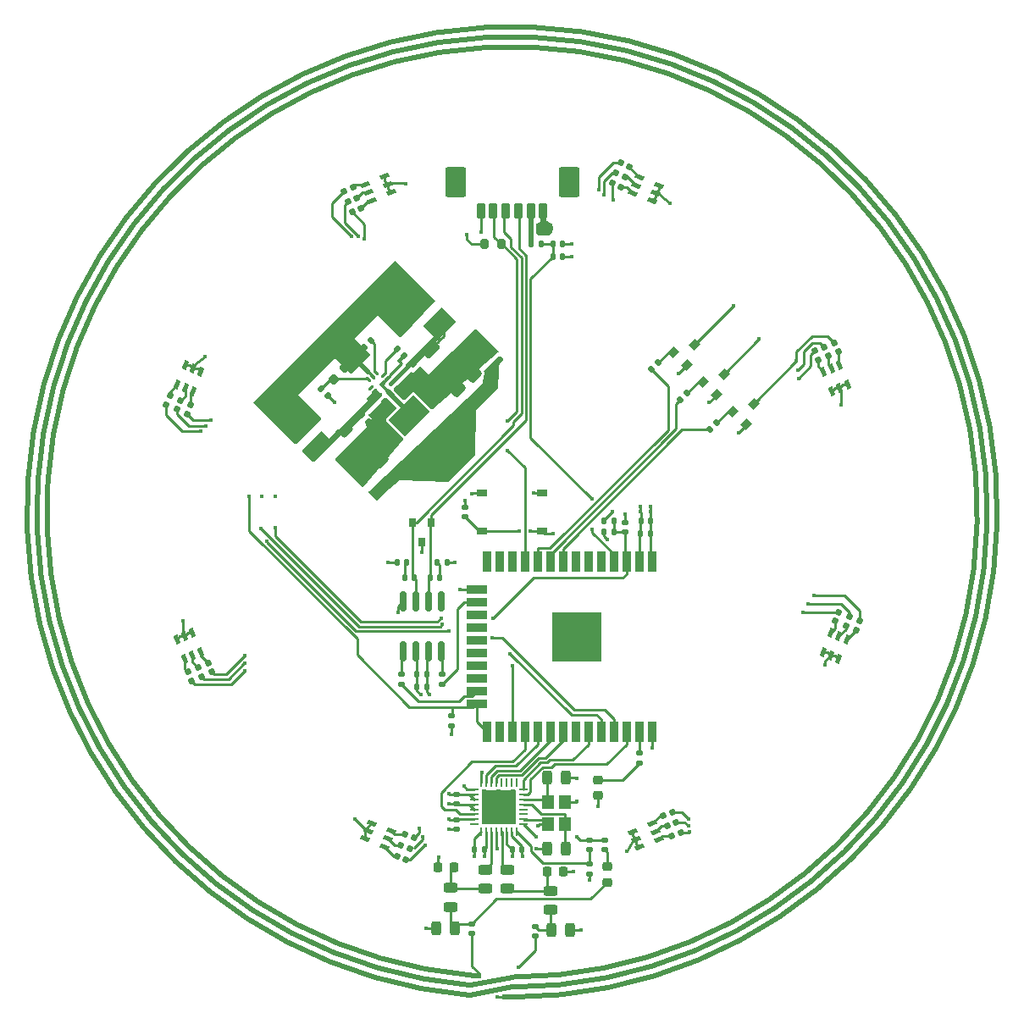
<source format=gtl>
G04 #@! TF.GenerationSoftware,KiCad,Pcbnew,(6.0.11-0)*
G04 #@! TF.CreationDate,2023-01-30T23:46:06+00:00*
G04 #@! TF.ProjectId,maxbox,6d617862-6f78-42e6-9b69-6361645f7063,rev?*
G04 #@! TF.SameCoordinates,Original*
G04 #@! TF.FileFunction,Copper,L1,Top*
G04 #@! TF.FilePolarity,Positive*
%FSLAX46Y46*%
G04 Gerber Fmt 4.6, Leading zero omitted, Abs format (unit mm)*
G04 Created by KiCad (PCBNEW (6.0.11-0)) date 2023-01-30 23:46:06*
%MOMM*%
%LPD*%
G01*
G04 APERTURE LIST*
G04 Aperture macros list*
%AMRoundRect*
0 Rectangle with rounded corners*
0 $1 Rounding radius*
0 $2 $3 $4 $5 $6 $7 $8 $9 X,Y pos of 4 corners*
0 Add a 4 corners polygon primitive as box body*
4,1,4,$2,$3,$4,$5,$6,$7,$8,$9,$2,$3,0*
0 Add four circle primitives for the rounded corners*
1,1,$1+$1,$2,$3*
1,1,$1+$1,$4,$5*
1,1,$1+$1,$6,$7*
1,1,$1+$1,$8,$9*
0 Add four rect primitives between the rounded corners*
20,1,$1+$1,$2,$3,$4,$5,0*
20,1,$1+$1,$4,$5,$6,$7,0*
20,1,$1+$1,$6,$7,$8,$9,0*
20,1,$1+$1,$8,$9,$2,$3,0*%
%AMRotRect*
0 Rectangle, with rotation*
0 The origin of the aperture is its center*
0 $1 length*
0 $2 width*
0 $3 Rotation angle, in degrees counterclockwise*
0 Add horizontal line*
21,1,$1,$2,0,0,$3*%
G04 Aperture macros list end*
G04 #@! TA.AperFunction,EtchedComponent*
%ADD10C,0.500000*%
G04 #@! TD*
G04 #@! TA.AperFunction,SMDPad,CuDef*
%ADD11RoundRect,0.147500X0.147500X0.172500X-0.147500X0.172500X-0.147500X-0.172500X0.147500X-0.172500X0*%
G04 #@! TD*
G04 #@! TA.AperFunction,SMDPad,CuDef*
%ADD12RoundRect,0.147500X0.172500X-0.147500X0.172500X0.147500X-0.172500X0.147500X-0.172500X-0.147500X0*%
G04 #@! TD*
G04 #@! TA.AperFunction,SMDPad,CuDef*
%ADD13RoundRect,0.147500X-0.147500X-0.172500X0.147500X-0.172500X0.147500X0.172500X-0.147500X0.172500X0*%
G04 #@! TD*
G04 #@! TA.AperFunction,SMDPad,CuDef*
%ADD14RoundRect,0.147500X-0.172500X0.147500X-0.172500X-0.147500X0.172500X-0.147500X0.172500X0.147500X0*%
G04 #@! TD*
G04 #@! TA.AperFunction,SMDPad,CuDef*
%ADD15RoundRect,0.243750X0.243750X0.456250X-0.243750X0.456250X-0.243750X-0.456250X0.243750X-0.456250X0*%
G04 #@! TD*
G04 #@! TA.AperFunction,SMDPad,CuDef*
%ADD16RoundRect,0.218750X-0.218750X-0.256250X0.218750X-0.256250X0.218750X0.256250X-0.218750X0.256250X0*%
G04 #@! TD*
G04 #@! TA.AperFunction,SMDPad,CuDef*
%ADD17RoundRect,0.243750X0.456250X-0.243750X0.456250X0.243750X-0.456250X0.243750X-0.456250X-0.243750X0*%
G04 #@! TD*
G04 #@! TA.AperFunction,SMDPad,CuDef*
%ADD18RoundRect,0.243750X-0.243750X-0.456250X0.243750X-0.456250X0.243750X0.456250X-0.243750X0.456250X0*%
G04 #@! TD*
G04 #@! TA.AperFunction,SMDPad,CuDef*
%ADD19RoundRect,0.218750X0.256250X-0.218750X0.256250X0.218750X-0.256250X0.218750X-0.256250X-0.218750X0*%
G04 #@! TD*
G04 #@! TA.AperFunction,SMDPad,CuDef*
%ADD20RoundRect,0.062500X-0.337500X-0.062500X0.337500X-0.062500X0.337500X0.062500X-0.337500X0.062500X0*%
G04 #@! TD*
G04 #@! TA.AperFunction,SMDPad,CuDef*
%ADD21RoundRect,0.062500X-0.062500X-0.337500X0.062500X-0.337500X0.062500X0.337500X-0.062500X0.337500X0*%
G04 #@! TD*
G04 #@! TA.AperFunction,ComponentPad*
%ADD22C,0.600000*%
G04 #@! TD*
G04 #@! TA.AperFunction,SMDPad,CuDef*
%ADD23R,3.500000X3.500000*%
G04 #@! TD*
G04 #@! TA.AperFunction,SMDPad,CuDef*
%ADD24RoundRect,0.150000X0.150000X-0.825000X0.150000X0.825000X-0.150000X0.825000X-0.150000X-0.825000X0*%
G04 #@! TD*
G04 #@! TA.AperFunction,SMDPad,CuDef*
%ADD25R,1.200000X1.400000*%
G04 #@! TD*
G04 #@! TA.AperFunction,SMDPad,CuDef*
%ADD26RoundRect,0.243750X-0.456250X0.243750X-0.456250X-0.243750X0.456250X-0.243750X0.456250X0.243750X0*%
G04 #@! TD*
G04 #@! TA.AperFunction,SMDPad,CuDef*
%ADD27R,1.000000X0.750000*%
G04 #@! TD*
G04 #@! TA.AperFunction,SMDPad,CuDef*
%ADD28RoundRect,0.147500X-0.226274X-0.017678X-0.017678X-0.226274X0.226274X0.017678X0.017678X0.226274X0*%
G04 #@! TD*
G04 #@! TA.AperFunction,SMDPad,CuDef*
%ADD29RoundRect,0.250000X0.512652X0.159099X0.159099X0.512652X-0.512652X-0.159099X-0.159099X-0.512652X0*%
G04 #@! TD*
G04 #@! TA.AperFunction,SMDPad,CuDef*
%ADD30RoundRect,0.147500X0.226274X0.017678X0.017678X0.226274X-0.226274X-0.017678X-0.017678X-0.226274X0*%
G04 #@! TD*
G04 #@! TA.AperFunction,SMDPad,CuDef*
%ADD31RotRect,0.900000X0.450000X22.500000*%
G04 #@! TD*
G04 #@! TA.AperFunction,SMDPad,CuDef*
%ADD32RotRect,0.900000X0.450000X337.500000*%
G04 #@! TD*
G04 #@! TA.AperFunction,SMDPad,CuDef*
%ADD33RotRect,0.900000X0.450000X292.500000*%
G04 #@! TD*
G04 #@! TA.AperFunction,SMDPad,CuDef*
%ADD34RotRect,0.900000X0.450000X247.500000*%
G04 #@! TD*
G04 #@! TA.AperFunction,SMDPad,CuDef*
%ADD35RotRect,0.900000X0.450000X202.500000*%
G04 #@! TD*
G04 #@! TA.AperFunction,SMDPad,CuDef*
%ADD36RotRect,0.900000X0.450000X157.500000*%
G04 #@! TD*
G04 #@! TA.AperFunction,SMDPad,CuDef*
%ADD37RotRect,0.900000X0.450000X112.500000*%
G04 #@! TD*
G04 #@! TA.AperFunction,SMDPad,CuDef*
%ADD38RotRect,0.900000X0.450000X67.500000*%
G04 #@! TD*
G04 #@! TA.AperFunction,SMDPad,CuDef*
%ADD39R,0.800000X0.900000*%
G04 #@! TD*
G04 #@! TA.AperFunction,SMDPad,CuDef*
%ADD40RoundRect,0.200000X0.200000X0.600000X-0.200000X0.600000X-0.200000X-0.600000X0.200000X-0.600000X0*%
G04 #@! TD*
G04 #@! TA.AperFunction,SMDPad,CuDef*
%ADD41RoundRect,0.250001X0.799999X1.249999X-0.799999X1.249999X-0.799999X-1.249999X0.799999X-1.249999X0*%
G04 #@! TD*
G04 #@! TA.AperFunction,SMDPad,CuDef*
%ADD42RotRect,2.350000X3.500000X315.000000*%
G04 #@! TD*
G04 #@! TA.AperFunction,SMDPad,CuDef*
%ADD43RotRect,0.900000X0.800000X45.000000*%
G04 #@! TD*
G04 #@! TA.AperFunction,SMDPad,CuDef*
%ADD44RoundRect,0.147500X-0.017678X0.226274X-0.226274X0.017678X0.017678X-0.226274X0.226274X-0.017678X0*%
G04 #@! TD*
G04 #@! TA.AperFunction,SMDPad,CuDef*
%ADD45RoundRect,0.147500X-0.070259X-0.215815X0.202285X-0.102923X0.070259X0.215815X-0.202285X0.102923X0*%
G04 #@! TD*
G04 #@! TA.AperFunction,SMDPad,CuDef*
%ADD46RoundRect,0.147500X-0.202285X-0.102923X0.070259X-0.215815X0.202285X0.102923X-0.070259X0.215815X0*%
G04 #@! TD*
G04 #@! TA.AperFunction,SMDPad,CuDef*
%ADD47RoundRect,0.147500X-0.215815X0.070259X-0.102923X-0.202285X0.215815X-0.070259X0.102923X0.202285X0*%
G04 #@! TD*
G04 #@! TA.AperFunction,SMDPad,CuDef*
%ADD48RoundRect,0.147500X-0.102923X0.202285X-0.215815X-0.070259X0.102923X-0.202285X0.215815X0.070259X0*%
G04 #@! TD*
G04 #@! TA.AperFunction,SMDPad,CuDef*
%ADD49RoundRect,0.218750X-0.026517X0.335876X-0.335876X0.026517X0.026517X-0.335876X0.335876X-0.026517X0*%
G04 #@! TD*
G04 #@! TA.AperFunction,SMDPad,CuDef*
%ADD50RoundRect,0.147500X0.070259X0.215815X-0.202285X0.102923X-0.070259X-0.215815X0.202285X-0.102923X0*%
G04 #@! TD*
G04 #@! TA.AperFunction,SMDPad,CuDef*
%ADD51RoundRect,0.147500X0.202285X0.102923X-0.070259X0.215815X-0.202285X-0.102923X0.070259X-0.215815X0*%
G04 #@! TD*
G04 #@! TA.AperFunction,SMDPad,CuDef*
%ADD52RoundRect,0.147500X0.215815X-0.070259X0.102923X0.202285X-0.215815X0.070259X-0.102923X-0.202285X0*%
G04 #@! TD*
G04 #@! TA.AperFunction,SMDPad,CuDef*
%ADD53RoundRect,0.147500X0.102923X-0.202285X0.215815X0.070259X-0.102923X0.202285X-0.215815X-0.070259X0*%
G04 #@! TD*
G04 #@! TA.AperFunction,SMDPad,CuDef*
%ADD54RoundRect,0.031250X0.123744X0.256326X-0.256326X-0.123744X-0.123744X-0.256326X0.256326X0.123744X0*%
G04 #@! TD*
G04 #@! TA.AperFunction,SMDPad,CuDef*
%ADD55RoundRect,0.031250X-0.256326X0.123744X0.123744X-0.256326X0.256326X-0.123744X-0.123744X0.256326X0*%
G04 #@! TD*
G04 #@! TA.AperFunction,SMDPad,CuDef*
%ADD56RoundRect,0.041500X-0.556847X0.674933X-0.674933X0.556847X0.556847X-0.674933X0.674933X-0.556847X0*%
G04 #@! TD*
G04 #@! TA.AperFunction,SMDPad,CuDef*
%ADD57RoundRect,0.200000X0.200000X0.275000X-0.200000X0.275000X-0.200000X-0.275000X0.200000X-0.275000X0*%
G04 #@! TD*
G04 #@! TA.AperFunction,SMDPad,CuDef*
%ADD58RoundRect,0.243750X-0.494975X-0.150260X-0.150260X-0.494975X0.494975X0.150260X0.150260X0.494975X0*%
G04 #@! TD*
G04 #@! TA.AperFunction,SMDPad,CuDef*
%ADD59RoundRect,0.250000X-0.707107X-0.176777X-0.176777X-0.707107X0.707107X0.176777X0.176777X0.707107X0*%
G04 #@! TD*
G04 #@! TA.AperFunction,SMDPad,CuDef*
%ADD60R,0.900000X2.000000*%
G04 #@! TD*
G04 #@! TA.AperFunction,SMDPad,CuDef*
%ADD61R,2.000000X0.900000*%
G04 #@! TD*
G04 #@! TA.AperFunction,SMDPad,CuDef*
%ADD62R,5.000000X5.000000*%
G04 #@! TD*
G04 #@! TA.AperFunction,SMDPad,CuDef*
%ADD63RoundRect,0.140000X0.219203X0.021213X0.021213X0.219203X-0.219203X-0.021213X-0.021213X-0.219203X0*%
G04 #@! TD*
G04 #@! TA.AperFunction,SMDPad,CuDef*
%ADD64R,1.000000X0.500000*%
G04 #@! TD*
G04 #@! TA.AperFunction,ViaPad*
%ADD65C,0.400000*%
G04 #@! TD*
G04 #@! TA.AperFunction,Conductor*
%ADD66C,0.250000*%
G04 #@! TD*
G04 #@! TA.AperFunction,Conductor*
%ADD67C,0.500000*%
G04 #@! TD*
G04 APERTURE END LIST*
D10*
X20000Y-46500000D02*
X-4133476Y-47317346D01*
X50000Y-47500000D02*
X-4220631Y-48313540D01*
X0Y-47500000D02*
G75*
G03*
X-4139898Y-47319248I2J47500000D01*
G01*
X0Y-48500000D02*
G75*
G03*
X-4227054Y-48315443I0J48500000D01*
G01*
X0Y-46500000D02*
G75*
G03*
X-4052742Y-46323053I5J46500000D01*
G01*
D11*
X13820000Y-2182000D03*
X12850000Y-2182000D03*
X13843000Y-889000D03*
X12873000Y-889000D03*
D12*
X-5588000Y-31750000D03*
X-5588000Y-30780000D03*
D11*
X-2794000Y-33782000D03*
X-3764000Y-33782000D03*
D13*
X0Y-33782000D03*
X970000Y-33782000D03*
D12*
X-5524500Y-29187000D03*
X-5524500Y-28217000D03*
D13*
X-9525000Y-17526000D03*
X-8555000Y-17526000D03*
X-9525000Y-16256000D03*
X-8555000Y-16256000D03*
D14*
X-4699000Y485000D03*
X-4699000Y-485000D03*
D15*
X5407000Y-33655000D03*
X3532000Y-33655000D03*
X5407000Y-26543000D03*
X3532000Y-26543000D03*
D16*
X-7376500Y-35560000D03*
X-5801500Y-35560000D03*
X3515500Y-35941000D03*
X5090500Y-35941000D03*
D17*
X-6159500Y-39467000D03*
X-6159500Y-37592000D03*
D12*
X7747000Y-36195000D03*
X7747000Y-35225000D03*
X9271000Y-33782000D03*
X9271000Y-32812000D03*
D17*
X3873500Y-39751000D03*
X3873500Y-37876000D03*
D18*
X-7605000Y-41656000D03*
X-5730000Y-41656000D03*
D19*
X8624000Y-28363500D03*
X8624000Y-26788500D03*
D14*
X-6100000Y-20400000D03*
X-6100000Y-21370000D03*
D12*
X7747000Y-33782000D03*
X7747000Y-32812000D03*
D14*
X-11049000Y-16256000D03*
X-11049000Y-17226000D03*
X-6985000Y-16256000D03*
X-6985000Y-17226000D03*
D20*
X-3769500Y-27728000D03*
X-3769500Y-28228000D03*
X-3769500Y-28728000D03*
X-3769500Y-29228000D03*
X-3769500Y-29728000D03*
X-3769500Y-30228000D03*
X-3769500Y-30728000D03*
X-3769500Y-31228000D03*
D21*
X-3069500Y-31928000D03*
X-2569500Y-31928000D03*
X-2069500Y-31928000D03*
X-1569500Y-31928000D03*
X-1069500Y-31928000D03*
X-569500Y-31928000D03*
X-69500Y-31928000D03*
X430500Y-31928000D03*
D20*
X1130500Y-31228000D03*
X1130500Y-30728000D03*
X1130500Y-30228000D03*
X1130500Y-29728000D03*
X1130500Y-29228000D03*
X1130500Y-28728000D03*
X1130500Y-28228000D03*
X1130500Y-27728000D03*
D21*
X430500Y-27028000D03*
X-69500Y-27028000D03*
X-569500Y-27028000D03*
X-1069500Y-27028000D03*
X-1569500Y-27028000D03*
X-2069500Y-27028000D03*
X-2569500Y-27028000D03*
X-3069500Y-27028000D03*
D22*
X-1319500Y-30928000D03*
X-2769500Y-30928000D03*
X-2769500Y-29478000D03*
X-2769500Y-28028000D03*
X-1319500Y-28028000D03*
X130500Y-30928000D03*
X130500Y-29478000D03*
D23*
X-1319500Y-29478000D03*
D22*
X-1319500Y-29478000D03*
X130500Y-28028000D03*
D24*
X-10922000Y-13905000D03*
X-9652000Y-13905000D03*
X-8382000Y-13905000D03*
X-7112000Y-13905000D03*
X-7112000Y-8955000D03*
X-8382000Y-8955000D03*
X-9652000Y-8955000D03*
X-10922000Y-8955000D03*
D25*
X5319500Y-31199000D03*
X5319500Y-28999000D03*
X3619500Y-28999000D03*
X3619500Y-31199000D03*
D26*
X-2667000Y-35762500D03*
X-2667000Y-37637500D03*
X-508000Y-35762500D03*
X-508000Y-37637500D03*
D11*
X-7239000Y-6604000D03*
X-8209000Y-6604000D03*
D13*
X-10749000Y-6604000D03*
X-9779000Y-6604000D03*
X-11511000Y-5080000D03*
X-10541000Y-5080000D03*
D11*
X-6523000Y-5080000D03*
X-7493000Y-5080000D03*
X10160000Y-2032000D03*
X9190000Y-2032000D03*
D19*
X9525000Y-37008000D03*
X9525000Y-35433000D03*
D12*
X11303000Y-2009000D03*
X11303000Y-1039000D03*
D18*
X3952000Y-41783000D03*
X5827000Y-41783000D03*
D27*
X-3000000Y-1875000D03*
X3000000Y-1875000D03*
X3000000Y1875000D03*
X-3000000Y1875000D03*
D13*
X4064000Y25527000D03*
X5034000Y25527000D03*
D28*
X-15071637Y9677928D03*
X-14385743Y8992034D03*
X-9895616Y14739399D03*
X-9209722Y14053505D03*
D29*
X-11756498Y3756498D03*
X-13100000Y5100000D03*
D30*
X-1214106Y15214106D03*
X-1900000Y15900000D03*
D31*
X-14689274Y32719264D03*
X-14363994Y31933966D03*
X-14038713Y31148669D03*
X-12098566Y31952304D03*
X-12423846Y32737602D03*
X-12749127Y33522899D03*
D32*
X12722751Y33459220D03*
X12397470Y32673923D03*
X12072190Y31888625D03*
X14012337Y31084990D03*
X14337618Y31870287D03*
X14662898Y32655585D03*
D33*
X32719264Y14689274D03*
X31933966Y14363994D03*
X31148669Y14038713D03*
X31952304Y12098566D03*
X32737602Y12423846D03*
X33522899Y12749127D03*
D34*
X33459220Y-12722751D03*
X32673923Y-12397470D03*
X31888625Y-12072190D03*
X31084990Y-14012337D03*
X31870287Y-14337618D03*
X32655585Y-14662898D03*
D35*
X14689274Y-32719264D03*
X14363994Y-31933966D03*
X14038713Y-31148669D03*
X12098566Y-31952304D03*
X12423846Y-32737602D03*
X12749127Y-33522899D03*
D36*
X-12722751Y-33459220D03*
X-12397470Y-32673923D03*
X-12072190Y-31888625D03*
X-14012337Y-31084990D03*
X-14337618Y-31870287D03*
X-14662898Y-32655585D03*
D37*
X-32719264Y-14689274D03*
X-31933966Y-14363994D03*
X-31148669Y-14038713D03*
X-31952304Y-12098566D03*
X-32737602Y-12423846D03*
X-33522899Y-12749127D03*
D38*
X-33459220Y12722751D03*
X-32673923Y12397470D03*
X-31888625Y12072190D03*
X-31084990Y14012337D03*
X-31870287Y14337618D03*
X-32655585Y14662898D03*
D39*
X-8067000Y-1032000D03*
X-9967000Y-1032000D03*
X-9017000Y-3032000D03*
D40*
X3125000Y30100000D03*
X1875000Y30100000D03*
X625000Y30100000D03*
X-625000Y30100000D03*
X-1875000Y30100000D03*
X-3125000Y30100000D03*
D41*
X5675000Y33000000D03*
X-5675000Y33000000D03*
D42*
X-10290000Y9630000D03*
X-6012004Y5352004D03*
D43*
X19083966Y13030416D03*
X20427469Y11686913D03*
X21169931Y13772878D03*
X16120482Y15993901D03*
X17463985Y14650398D03*
X18206447Y16736363D03*
X22047451Y10066932D03*
X23390954Y8723429D03*
X24133416Y10809394D03*
D11*
X2898000Y26797000D03*
X1928000Y26797000D03*
X5057000Y26797000D03*
X4087000Y26797000D03*
D44*
X17483077Y11882075D03*
X16797183Y11196181D03*
X14609395Y14935362D03*
X13923501Y14249468D03*
X20446561Y8918590D03*
X19760667Y8232696D03*
D45*
X-16000000Y30000000D03*
X-15103836Y30371202D03*
D46*
X10003836Y32871202D03*
X10900000Y32500000D03*
D45*
X-16403836Y31000000D03*
X-15507672Y31371202D03*
D46*
X10403836Y33871202D03*
X11300000Y33500000D03*
D45*
X-16803836Y32071202D03*
X-15907672Y32442404D03*
D46*
X10851918Y34885601D03*
X11748082Y34514399D03*
D47*
X30228798Y16096164D03*
X30600000Y15200000D03*
D48*
X32671202Y-10003836D03*
X32300000Y-10900000D03*
D47*
X31228798Y16496164D03*
X31600000Y15600000D03*
D48*
X33750000Y-10500000D03*
X33378798Y-11396164D03*
D47*
X32228798Y16896164D03*
X32600000Y16000000D03*
D48*
X34771202Y-10903836D03*
X34400000Y-11800000D03*
D28*
X-19129016Y12298466D03*
X-18443122Y11612572D03*
D49*
X-16702579Y14398220D03*
X-17816273Y13284526D03*
D50*
X16000000Y-30000000D03*
X15103836Y-30371202D03*
D51*
X-9803836Y-32571202D03*
X-10700000Y-32200000D03*
D50*
X16400000Y-31000000D03*
X15503836Y-31371202D03*
D51*
X-10203836Y-33671202D03*
X-11100000Y-33300000D03*
D50*
X16848082Y-32014399D03*
X15951918Y-32385601D03*
D52*
X-30000000Y-16000000D03*
X-30371202Y-15103836D03*
D53*
X-32500000Y9800000D03*
X-32128798Y10696164D03*
D52*
X-31014399Y-16448082D03*
X-31385601Y-15551918D03*
D53*
X-33485601Y10251918D03*
X-33114399Y11148082D03*
D52*
X-32028798Y-16896164D03*
X-32400000Y-16000000D03*
D53*
X-34571202Y10703836D03*
X-34200000Y11600000D03*
D54*
X-11550245Y12421502D03*
X-12009864Y12881121D03*
X-12469484Y13340741D03*
X-12823037Y13694294D03*
D55*
X-13618532Y13924104D03*
X-13972085Y13570550D03*
X-14325639Y13216997D03*
D54*
X-14095829Y12421502D03*
X-13742276Y12067949D03*
X-13282656Y11608329D03*
X-12823037Y11148710D03*
D56*
X-12425289Y12023754D03*
D57*
X-1100000Y26750000D03*
X-2750000Y26750000D03*
D51*
X-10603836Y-34771202D03*
X-11500000Y-34400000D03*
D12*
X2286000Y-42395000D03*
X2286000Y-41425000D03*
X-4064000Y-42141000D03*
X-4064000Y-41171000D03*
D58*
X-16609595Y8162599D03*
X-15283769Y6836773D03*
D59*
X-8189366Y16266041D03*
X-6209468Y14286143D03*
D44*
X-14132599Y17147804D03*
X-14818493Y16461910D03*
D28*
X-11479535Y16323318D03*
X-10793641Y15637424D03*
D11*
X10170000Y-900000D03*
X9200000Y-900000D03*
D29*
X-13356498Y2156498D03*
X-14700000Y3500000D03*
D60*
X13970000Y-4962000D03*
X12700000Y-4962000D03*
X11430000Y-4962000D03*
X10160000Y-4962000D03*
X8890000Y-4962000D03*
X7620000Y-4962000D03*
X6350000Y-4962000D03*
X5080000Y-4962000D03*
X3810000Y-4962000D03*
X2540000Y-4962000D03*
X1270000Y-4962000D03*
X0Y-4962000D03*
X-1270000Y-4962000D03*
X-2540000Y-4962000D03*
D61*
X-3540000Y-7747000D03*
X-3540000Y-9017000D03*
X-3540000Y-10287000D03*
X-3540000Y-11557000D03*
X-3540000Y-12827000D03*
X-3540000Y-14097000D03*
X-3540000Y-15367000D03*
X-3540000Y-16637000D03*
X-3540000Y-17907000D03*
X-3540000Y-19177000D03*
D60*
X-2540000Y-21962000D03*
X-1270000Y-21962000D03*
X0Y-21962000D03*
X1270000Y-21962000D03*
X2540000Y-21962000D03*
X3810000Y-21962000D03*
X5080000Y-21962000D03*
X6350000Y-21962000D03*
X7620000Y-21962000D03*
X8890000Y-21962000D03*
X10160000Y-21962000D03*
X11430000Y-21962000D03*
X12700000Y-21962000D03*
X13970000Y-21962000D03*
D62*
X6470000Y-12462000D03*
D14*
X12700000Y-24100000D03*
X12700000Y-25070000D03*
D63*
X-2060589Y14460589D03*
X-2739411Y15139411D03*
D29*
X-2456498Y12356498D03*
X-3800000Y13700000D03*
D64*
X-510000Y-48500000D03*
X-3620000Y-46320000D03*
D29*
X-4056498Y10856498D03*
X-5400000Y12200000D03*
D65*
X-7200000Y7900000D03*
X-1524000Y-33655000D03*
X-10200000Y5200000D03*
X1016000Y-34417000D03*
X-6000000Y9100000D03*
X-17780000Y10922000D03*
X-8400000Y6800000D03*
X-6600000Y8500000D03*
X-9000000Y6300000D03*
X15748000Y30861000D03*
X-15748000Y-30734000D03*
X-6350000Y-28194000D03*
X11303000Y-254000D03*
X-9600000Y5700000D03*
X-3810000Y-34417000D03*
X-10200000Y3800000D03*
X-1600000Y13500000D03*
X12827000Y0D03*
X-4500000Y27700000D03*
X11430000Y-33909000D03*
X12827000Y508000D03*
X-7800000Y7400000D03*
X-23700000Y1600000D03*
X-3048000Y-26035000D03*
X-6100000Y-22200000D03*
X-10660000Y32790000D03*
X31300000Y-15300000D03*
X-6350000Y-30734000D03*
X32893000Y10668000D03*
X-32893000Y-10922000D03*
X-30734000Y15494000D03*
X-8255000Y-18288000D03*
X-5400000Y9600000D03*
X13843000Y0D03*
X-16891000Y16637000D03*
X-17526000Y17145000D03*
X-16891000Y17780000D03*
X-18161000Y16510000D03*
X-18796000Y17018000D03*
X-18161000Y17653000D03*
X-17526000Y18288000D03*
X-14732000Y5588000D03*
X-14200000Y6100000D03*
X-13589000Y6604000D03*
X-4800000Y15200000D03*
X-5400000Y15800000D03*
X-8255000Y13208000D03*
X-25000000Y1600000D03*
X0Y-34417000D03*
X19685000Y10922000D03*
X2413000Y-33655000D03*
X22606000Y7874000D03*
X4445000Y-13335000D03*
X6477000Y-26670000D03*
X8600000Y-29400000D03*
X5715000Y-13335000D03*
X6096000Y-35941000D03*
X10000000Y0D03*
X-10500000Y13100000D03*
X-5207000Y-7747000D03*
X-6350000Y-31750000D03*
X2540000Y-31369000D03*
X5969000Y26797000D03*
X6985000Y-14605000D03*
X2700000Y27900000D03*
X3700000Y28600000D03*
X4445000Y-12065000D03*
X-9144000Y-18288000D03*
X-4826000Y-27432000D03*
X6985000Y-12065000D03*
X8255000Y-12065000D03*
X5969000Y25527000D03*
X6985000Y-13335000D03*
X6985000Y-10795000D03*
X6477000Y-28956000D03*
X3700000Y27900000D03*
X4445000Y-10795000D03*
X16637000Y13843000D03*
X-3100000Y28000000D03*
X5715000Y-14605000D03*
X-6350000Y-29210000D03*
X-12446000Y-5080000D03*
X-4064000Y1778000D03*
X4445000Y-14605000D03*
X-9017000Y-4064000D03*
X6858000Y-41783000D03*
X8255000Y-13335000D03*
X-7366000Y-34544000D03*
X13843000Y508000D03*
X8255000Y-10795000D03*
X5715000Y-12065000D03*
X8255000Y-14605000D03*
X2700000Y28600000D03*
X-16256000Y16002000D03*
X2159000Y1905000D03*
X-5715000Y-5080000D03*
X-8636000Y-41656000D03*
X-2794000Y-34417000D03*
X13970000Y-23622000D03*
X7747000Y-36830000D03*
X5715000Y-10795000D03*
X-4699000Y1143000D03*
X-13600000Y10100000D03*
X9525000Y-2794000D03*
X1795000Y-1905000D03*
X745000Y-1905000D03*
X4064000Y-2159000D03*
X8001000Y-1777998D03*
X7978892Y1292108D03*
X-19558000Y6858000D03*
X-8001000Y18542000D03*
X-7366000Y19050000D03*
X-19685000Y5842000D03*
X-6858000Y18415000D03*
X-20193000Y6223000D03*
X-7366000Y17907000D03*
X1900000Y28100000D03*
X-19050000Y6477000D03*
X1900000Y28600000D03*
X1905000Y27559000D03*
X-444500Y6159500D03*
X-444500Y9080500D03*
X-7117589Y-10643355D03*
X-23700000Y-1600000D03*
X-1905000Y-10668000D03*
X-26300000Y1600000D03*
X-14769955Y27318925D03*
X17653217Y-30677367D03*
X24700000Y17300000D03*
X28650000Y13350000D03*
X-26750000Y-14350000D03*
X-30100000Y9200000D03*
X-9300000Y-31600000D03*
X10100000Y31200000D03*
X29100000Y-10000000D03*
X-8948531Y-32457653D03*
X-30624501Y8624501D03*
X28570879Y14170879D03*
X22145878Y20645878D03*
X29624501Y-9175499D03*
X-26720879Y-15120879D03*
X-15332743Y27525501D03*
X17606756Y-31372662D03*
X9175499Y31724501D03*
X28400000Y15100000D03*
X-26741758Y-15841758D03*
X-16024501Y27511203D03*
X8650998Y32249002D03*
X-31149002Y8049002D03*
X30149002Y-8350998D03*
X17735144Y-31975722D03*
X-8689810Y-33330140D03*
X-1500000Y-48500000D03*
X600000Y-45500000D03*
X-25075500Y-1646837D03*
X-6973359Y-11240882D03*
X-180739Y-14150739D03*
X-2037443Y-12587080D03*
X-24529122Y-2929122D03*
X-6350000Y-11920990D03*
X-11429998Y-10033000D03*
X0Y-15367000D03*
X2413000Y-32512000D03*
X6477000Y-32512000D03*
D66*
X14337618Y31870287D02*
X14337618Y31410271D01*
D67*
X-3956498Y10856498D02*
X-2456498Y12356498D01*
D66*
X-32737602Y-12423846D02*
X-32412322Y-12098566D01*
X-12423846Y32277584D02*
X-12098566Y31952304D01*
X970000Y-34371000D02*
X1016000Y-34417000D01*
X31870287Y-14337618D02*
X32330305Y-14337618D01*
X12873000Y-173000D02*
X12873000Y-889000D01*
X970000Y-33415522D02*
X970000Y-33782000D01*
X12700000Y-4962000D02*
X12700000Y-2332000D01*
X-4411000Y-28228000D02*
X-5513500Y-28228000D01*
D67*
X-13356498Y2156498D02*
X-11756498Y3756498D01*
D66*
X970000Y-33782000D02*
X970000Y-34371000D01*
X-1569500Y-33609500D02*
X-1524000Y-33655000D01*
X12031198Y-32900242D02*
X11430000Y-33909000D01*
X-8555000Y-17526000D02*
X-8555000Y-17988000D01*
X-4000000Y26750000D02*
X-2750000Y26750000D01*
X-3764000Y-33782000D02*
X-3764000Y-34371000D01*
X-5524500Y-28217000D02*
X-6327000Y-28217000D01*
X12423846Y-32737602D02*
X12423846Y-33197618D01*
X-3769500Y-28728000D02*
X-4269500Y-28228000D01*
X-6304000Y-30780000D02*
X-6350000Y-30734000D01*
D67*
X-2456498Y12356498D02*
X-2456498Y14064680D01*
D66*
X-3853990Y-30678010D02*
X-5486010Y-30678010D01*
X-12749127Y33522899D02*
X-12749127Y33062883D01*
X31300000Y-14907905D02*
X31870287Y-14337618D01*
X-14662898Y-31735551D02*
X-14012337Y-31084990D01*
X12850000Y-2182000D02*
X12850000Y-912000D01*
X31300000Y-15300000D02*
X31300000Y-14907905D01*
X-1569500Y-31928000D02*
X-1569500Y-33609500D01*
X32737602Y12423846D02*
X32277584Y12423846D01*
X-3069500Y-27028000D02*
X-3069500Y-26056500D01*
X-6327000Y-28217000D02*
X-6350000Y-28194000D01*
D67*
X-2060589Y14460589D02*
X-1967623Y14460589D01*
D66*
X-14730266Y-31707647D02*
X-15748000Y-30734000D01*
X-31084990Y14012337D02*
X-31410271Y14337618D01*
X12098566Y-31952304D02*
X12098566Y-32412322D01*
X-6100000Y-22200000D02*
X-6100000Y-21370000D01*
X33522899Y12749127D02*
X33062883Y12749127D01*
X12827000Y0D02*
X12827000Y508000D01*
X14337618Y31410271D02*
X14012337Y31084990D01*
X-69500Y-32376022D02*
X970000Y-33415522D01*
X-32195567Y14662898D02*
X-31870287Y14337618D01*
X-4500000Y27700000D02*
X-4500000Y27250000D01*
X-32900242Y-12126470D02*
X-32900242Y-12031198D01*
X-18443122Y11612572D02*
X-17780000Y10949450D01*
X31545006Y-14012337D02*
X31870287Y-14337618D01*
X-32737602Y-12423846D02*
X-33197618Y-12423846D01*
X33062883Y12749127D02*
X32737602Y12423846D01*
D67*
X-6012004Y5352004D02*
X-4056498Y7307510D01*
D66*
X-32655585Y14662898D02*
X-32195567Y14662898D01*
X-12031198Y32900242D02*
X-10770242Y32900242D01*
X32900242Y12031198D02*
X32893000Y10668000D01*
X11303000Y-1039000D02*
X11303000Y-254000D01*
D67*
X-7607510Y3756498D02*
X-6012004Y5352004D01*
D66*
X-3069500Y-26056500D02*
X-3048000Y-26035000D01*
X-4269500Y-28228000D02*
X-4411000Y-28228000D01*
X-31707647Y14730266D02*
X-30734000Y15494000D01*
D67*
X-1967623Y14460589D02*
X-1214106Y15214106D01*
D66*
X-32900242Y-12031198D02*
X-32893000Y-10922000D01*
X-8555000Y-17526000D02*
X-8555000Y-14078000D01*
X-4500000Y27250000D02*
X-4000000Y26750000D01*
X-12423846Y32737602D02*
X-12423846Y32277584D01*
X-17780000Y10949450D02*
X-17780000Y10922000D01*
X-10770242Y32900242D02*
X-10660000Y32790000D01*
X-31410271Y14337618D02*
X-31870287Y14337618D01*
X12098566Y-32412322D02*
X12423846Y-32737602D01*
D67*
X-4056498Y7307510D02*
X-4056498Y10856498D01*
X-11756498Y3756498D02*
X-7607510Y3756498D01*
D66*
X14662898Y32195567D02*
X14337618Y31870287D01*
X-3764000Y-32622500D02*
X-3764000Y-33782000D01*
X-32412322Y-12098566D02*
X-31952304Y-12098566D01*
X14662898Y32655585D02*
X14662898Y32195567D01*
X-8555000Y-17988000D02*
X-8255000Y-18288000D01*
X-12749127Y33062883D02*
X-12423846Y32737602D01*
X-3764000Y-34371000D02*
X-3810000Y-34417000D01*
X32277584Y12423846D02*
X31952304Y12098566D01*
X-3069500Y-31928000D02*
X-3764000Y-32622500D01*
X-69500Y-31928000D02*
X-69500Y-32376022D01*
X-3769500Y-28228000D02*
X-4411000Y-28228000D01*
D67*
X-2456498Y14064680D02*
X-2060589Y14460589D01*
D66*
X-5588000Y-30780000D02*
X-6304000Y-30780000D01*
X32330305Y-14337618D02*
X32655585Y-14662898D01*
X12827000Y0D02*
X12873000Y-173000D01*
X-3804000Y-30728000D02*
X-3853990Y-30678010D01*
X-14662898Y-32655585D02*
X-14662898Y-31735551D01*
X12423846Y-33197618D02*
X12749127Y-33522899D01*
X14730266Y31707647D02*
X15748000Y30861000D01*
X31084990Y-14012337D02*
X31545006Y-14012337D01*
X-33197618Y-12423846D02*
X-33522899Y-12749127D01*
X-5588000Y-31750000D02*
X-6350000Y-31750000D01*
X10000000Y0D02*
X9200000Y-800000D01*
X17444398Y14650398D02*
X16637000Y13843000D01*
X7747000Y-36195000D02*
X7747000Y-36830000D01*
X-3000000Y1875000D02*
X-3967000Y1875000D01*
X-15732782Y15368016D02*
X-14818493Y16282305D01*
X-4269500Y-29228000D02*
X-4336000Y-29228000D01*
X5319500Y-28999000D02*
X6434000Y-28999000D01*
X-9525000Y-17907000D02*
X-9144000Y-18288000D01*
X-16702579Y14398219D02*
X-15732782Y15368016D01*
X-6209468Y13009468D02*
X-5400000Y12200000D01*
X-11408823Y12562923D02*
X-7932688Y12562923D01*
X-4336000Y-29228000D02*
X-5483500Y-29228000D01*
D67*
X3050000Y27900000D02*
X2700000Y27900000D01*
D66*
X-9525000Y-17526000D02*
X-9525000Y-14032000D01*
X3000000Y1875000D02*
X2189000Y1875000D01*
X-5524500Y-29187000D02*
X-6327000Y-29187000D01*
X13843000Y-889000D02*
X13843000Y-2159000D01*
X-4595611Y15900000D02*
X-1900000Y15900000D01*
X-2569500Y-33557500D02*
X-2794000Y-33782000D01*
D67*
X3200000Y30025000D02*
X3200000Y28050000D01*
D66*
X0Y-33782000D02*
X0Y-34417000D01*
X-7740354Y12755257D02*
X-6209468Y14286143D01*
D67*
X3125000Y27975000D02*
X3050000Y27900000D01*
D66*
X2710000Y-31199000D02*
X2540000Y-31369000D01*
X-7376500Y-34554500D02*
X-7366000Y-34544000D01*
X-2569500Y-31928000D02*
X-2569500Y-33557500D01*
X13820000Y-2182000D02*
X13820000Y-4812000D01*
X-12964458Y11007288D02*
X-12964458Y9156084D01*
X5407000Y-26543000D02*
X6350000Y-26543000D01*
X-11511000Y-5080000D02*
X-12446000Y-5080000D01*
X-2794000Y-33782000D02*
X-2794000Y-34417000D01*
X6434000Y-28999000D02*
X6477000Y-28956000D01*
X13843000Y-889000D02*
X13843000Y0D01*
X2189000Y1875000D02*
X2159000Y1905000D01*
X-9017000Y-3032000D02*
X-9017000Y-4064000D01*
X-3769500Y-29728000D02*
X-4269500Y-29228000D01*
X-3592679Y14286143D02*
X-2739411Y15139411D01*
X-3967000Y1875000D02*
X-4064000Y1778000D01*
X-4386143Y14286143D02*
X-3800000Y13700000D01*
X13970000Y-21962000D02*
X13970000Y-23622000D01*
X-6209468Y14286143D02*
X-3592679Y14286143D01*
X-6209468Y14286143D02*
X-4595611Y15900000D01*
X-569500Y-33212500D02*
X0Y-33782000D01*
X-7605000Y-41656000D02*
X-8636000Y-41656000D01*
X8624000Y-28363500D02*
X8624000Y-29376000D01*
X3532000Y-33655000D02*
X2413000Y-33655000D01*
X5827000Y-41783000D02*
X6858000Y-41783000D01*
X1137000Y-30728000D02*
X1186990Y-30777990D01*
X3619500Y-31199000D02*
X2710000Y-31199000D01*
X1186990Y-30777990D02*
X3198490Y-30777990D01*
X-7376500Y-35560000D02*
X-7376500Y-34554500D01*
X-6523000Y-5080000D02*
X-5715000Y-5080000D01*
X-13757126Y8363417D02*
X-14026533Y8094009D01*
D67*
X3125000Y27975000D02*
X3200000Y27900000D01*
D66*
X23390954Y8658954D02*
X22606000Y7874000D01*
X8624000Y-29376000D02*
X8600000Y-29400000D01*
X-3100000Y28000000D02*
X-3100000Y30075000D01*
X-14026533Y8094009D02*
X-15283769Y6836773D01*
X-15732782Y15331247D02*
X-15732782Y15368016D01*
X-9525000Y-17526000D02*
X-9525000Y-17907000D01*
X-6209468Y14286143D02*
X-4386143Y14286143D01*
X-3540000Y-7747000D02*
X-5207000Y-7747000D01*
X-569500Y-31928000D02*
X-569500Y-33212500D01*
X-4699000Y485000D02*
X-4699000Y1143000D01*
X-7932688Y12562923D02*
X-7740354Y12755257D01*
X20427469Y11664469D02*
X19685000Y10922000D01*
X-12964458Y9156084D02*
X-13757126Y8363417D01*
X-6209468Y14286143D02*
X-6209468Y13009468D01*
X-3769500Y-27728000D02*
X-4530000Y-27728000D01*
X-6327000Y-29187000D02*
X-6350000Y-29210000D01*
X13843000Y508000D02*
X13843000Y0D01*
X-14385744Y8992035D02*
X-13757126Y8363417D01*
D67*
X3200000Y27900000D02*
X3700000Y27900000D01*
D66*
X5090500Y-35941000D02*
X6096000Y-35941000D01*
D67*
X3200000Y28050000D02*
X3125000Y27975000D01*
D66*
X-14113507Y13711972D02*
X-15732782Y15331247D01*
D67*
X3700000Y28600000D02*
X2700000Y28600000D01*
D66*
X6350000Y-26543000D02*
X6477000Y-26670000D01*
X-4530000Y-27728000D02*
X-4826000Y-27432000D01*
X5034000Y25527000D02*
X5969000Y25527000D01*
X-3769500Y-29228000D02*
X-4336000Y-29228000D01*
X5057000Y26797000D02*
X5969000Y26797000D01*
X1218990Y-28777990D02*
X3398490Y-28777990D01*
X1169000Y-28728000D02*
X1218990Y-28777990D01*
X3532000Y-26543000D02*
X3532000Y-28911500D01*
X-2667000Y-37637500D02*
X-6114000Y-37637500D01*
X-6159500Y-37592000D02*
X-6159500Y-35918000D01*
X-6159500Y-35918000D02*
X-5801500Y-35560000D01*
X3873500Y-37876000D02*
X-269500Y-37876000D01*
X3515500Y-35941000D02*
X3515500Y-37518000D01*
X7747000Y-35225000D02*
X7747000Y-33782000D01*
X1887999Y-33957473D02*
X3071516Y-35140990D01*
X1887999Y-33385499D02*
X1887999Y-33957473D01*
X3071516Y-35140990D02*
X7662990Y-35140990D01*
X430500Y-31928000D02*
X1887999Y-33385499D01*
X9525000Y-34036000D02*
X9271000Y-33782000D01*
X9525000Y-35433000D02*
X9525000Y-34036000D01*
X3952000Y-41783000D02*
X2644000Y-41783000D01*
X2644000Y-41783000D02*
X2286000Y-41425000D01*
X3873500Y-39751000D02*
X3873500Y-41704500D01*
X-3309000Y-1875000D02*
X-4699000Y-485000D01*
X3000000Y-1875000D02*
X1825000Y-1875000D01*
X4064000Y-2159000D02*
X3284000Y-2159000D01*
X1825000Y-1875000D02*
X1795000Y-1905000D01*
X3284000Y-2159000D02*
X3000000Y-1875000D01*
X9190000Y-2032000D02*
X9190000Y-2459000D01*
X9190000Y-2459000D02*
X9525000Y-2794000D01*
X745000Y-1905000D02*
X-2970000Y-1905000D01*
X4087000Y26797000D02*
X4087000Y25550000D01*
X8001000Y-2060840D02*
X8001000Y-1777998D01*
X2898000Y26797000D02*
X4087000Y26797000D01*
X1848532Y23311532D02*
X1848532Y7422468D01*
X1848532Y7422468D02*
X7978892Y1292108D01*
X10160000Y-4219840D02*
X8001000Y-2060840D01*
X4064000Y25527000D02*
X1848532Y23311532D01*
X12700000Y-25100000D02*
X11011500Y-26788500D01*
X11011500Y-26788500D02*
X8624000Y-26788500D01*
X1928000Y27536000D02*
X1905000Y27559000D01*
X1925000Y27579000D02*
X1905000Y27559000D01*
X-15071637Y9677928D02*
X-16586967Y8162598D01*
X-11868443Y13022542D02*
X-10151587Y14739398D01*
X-9895616Y14739398D02*
X-8368972Y16266042D01*
X-8001000Y18542000D02*
X-7366000Y17907000D01*
X-19558000Y6858000D02*
X-19431000Y6858000D01*
X-13883697Y11926527D02*
X-13424078Y11466908D01*
X-17364401Y8162599D02*
X-19050000Y6477000D01*
X-10151587Y14739398D02*
X-9895616Y14739398D01*
X-7366000Y18923000D02*
X-6858000Y18415000D01*
X-8189366Y16266041D02*
X-6858000Y17597407D01*
X-13424078Y11466908D02*
X-15071637Y9819348D01*
X-19050000Y6477000D02*
X-19685000Y5842000D01*
X-19431000Y6858000D02*
X-19050000Y6477000D01*
X-7366000Y17089407D02*
X-7366000Y17907000D01*
X-16609595Y8162599D02*
X-17364401Y8162599D01*
X1928000Y26797000D02*
X1928000Y27536000D01*
D67*
X1875000Y30100000D02*
X1875000Y26850000D01*
X1875000Y26850000D02*
X1928000Y26797000D01*
D66*
X-6858000Y17597407D02*
X-6858000Y18415000D01*
X-8189366Y16266041D02*
X-7366000Y17089407D01*
X-20066000Y6223000D02*
X-19685000Y5842000D01*
X-7366000Y19050000D02*
X-7366000Y18923000D01*
X-20193000Y6223000D02*
X-20066000Y6223000D01*
X-9920990Y-1078010D02*
X-9920990Y-6462010D01*
X127000Y8636000D02*
X-9541000Y-1032000D01*
X949511Y25444193D02*
X949510Y9838806D01*
X-99520Y26493224D02*
X-99520Y27299520D01*
X127000Y9016296D02*
X127000Y8636000D01*
X949510Y9838806D02*
X127000Y9016296D01*
X-800000Y28000000D02*
X-800000Y29925000D01*
X-9652000Y-8955000D02*
X-9652000Y-6731000D01*
X-99520Y26493224D02*
X949511Y25444193D01*
X-9541000Y-1032000D02*
X-9967000Y-1032000D01*
X-99520Y27299520D02*
X-800000Y28000000D01*
X1399022Y9146022D02*
X-8067000Y-320000D01*
X675000Y29972000D02*
X675000Y26354407D01*
X1399022Y25630385D02*
X1399022Y9146022D01*
X675000Y26354407D02*
X1399022Y25630385D01*
X-8209000Y-6604000D02*
X-8209000Y-1174000D01*
X-8067000Y-320000D02*
X-8067000Y-1032000D01*
X-8382000Y-6777000D02*
X-8209000Y-6604000D01*
X-8382000Y-8955000D02*
X-8382000Y-6777000D01*
X500000Y10025000D02*
X-444500Y9080500D01*
X-992000Y26750000D02*
X500000Y25258000D01*
X-1825000Y27475000D02*
X-1100000Y26750000D01*
X1270000Y-4962000D02*
X1270000Y4445000D01*
X1270000Y4445000D02*
X-444500Y6159500D01*
X-1825000Y29972000D02*
X-1825000Y27475000D01*
X500000Y25258000D02*
X500000Y10025000D01*
X-998999Y-35271501D02*
X-508000Y-35762500D01*
X-1069500Y-31928000D02*
X-1067000Y-31928000D01*
X-1019510Y-31975490D02*
X-1019510Y-33382488D01*
X-998999Y-33402999D02*
X-998999Y-35271501D01*
X-1019510Y-33382488D02*
X-998999Y-33402999D01*
X-1067000Y-31928000D02*
X-1019510Y-31975490D01*
X-15080782Y-11000000D02*
X-7474234Y-11000000D01*
X2159000Y-6604000D02*
X-1905000Y-10668000D01*
X11430000Y-6212000D02*
X11038000Y-6604000D01*
X11038000Y-6604000D02*
X2159000Y-6604000D01*
X-7474234Y-11000000D02*
X-7117589Y-10643355D01*
X10170000Y-900000D02*
X10170000Y-2022000D01*
X11303000Y-2009000D02*
X11303000Y-4835000D01*
X11303000Y-2009000D02*
X10183000Y-2009000D01*
X11430000Y-4962000D02*
X11430000Y-6212000D01*
X-23700000Y-1600000D02*
X-23700000Y-2380782D01*
X-23700000Y-2380782D02*
X-15080782Y-11000000D01*
X-3863010Y-19500010D02*
X-6000010Y-19500010D01*
X-3540000Y-20962000D02*
X-2540000Y-21962000D01*
X-15500000Y-12700000D02*
X-26300000Y-1900000D01*
X-3540000Y-19177000D02*
X-3540000Y-20962000D01*
X-26300000Y-1900000D02*
X-26300000Y1600000D01*
X-6000010Y-19500010D02*
X-10299990Y-19500010D01*
X-15500000Y-14300000D02*
X-15500000Y-12700000D01*
X-10299990Y-19500010D02*
X-15500000Y-14300000D01*
X-6000010Y-19500010D02*
X-6000010Y-20300010D01*
X29873275Y14573275D02*
X28650000Y13350000D01*
X-32500000Y9800000D02*
X-31900000Y9200000D01*
X-30000000Y-16000000D02*
X-29800000Y-16200000D01*
X24697053Y17300000D02*
X24700000Y17300000D01*
X21169931Y13772878D02*
X24697053Y17300000D01*
X30228798Y16096164D02*
X29873275Y15740641D01*
X10003836Y32871202D02*
X10003836Y31296164D01*
X-9300000Y-32067366D02*
X-9803836Y-32571202D01*
X-28600000Y-16200000D02*
X-26750000Y-14350000D01*
X-31900000Y9200000D02*
X-30100000Y9200000D01*
X-14769955Y28769955D02*
X-14769955Y27318925D01*
X29103836Y-10003836D02*
X29100000Y-10000000D01*
X16000000Y-30000000D02*
X16975850Y-30000000D01*
X-9300000Y-31600000D02*
X-9300000Y-32067366D01*
X32671202Y-10003836D02*
X29103836Y-10003836D01*
X-16000000Y30000000D02*
X-14769955Y28769955D01*
X29873275Y15740641D02*
X29873275Y14573275D01*
X-29800000Y-16200000D02*
X-28600000Y-16200000D01*
X10003836Y31296164D02*
X10100000Y31200000D01*
X16975850Y-30000000D02*
X17653217Y-30677367D01*
X-33485601Y9776990D02*
X-32333112Y8624501D01*
X-16403836Y31000000D02*
X-16713195Y30690641D01*
X-15332743Y27561203D02*
X-15332743Y27525501D01*
X30039195Y16915172D02*
X29200000Y16075977D01*
X31228798Y16496164D02*
X30809790Y16915172D01*
X33750000Y-10074023D02*
X32851476Y-9175499D01*
X33750000Y-10500000D02*
X33750000Y-10074023D01*
X-16713195Y30690641D02*
X-16713195Y28941655D01*
X-26762637Y-15120879D02*
X-26720879Y-15120879D01*
X-32333112Y8624501D02*
X-30624501Y8624501D01*
X30809790Y16915172D02*
X30039195Y16915172D01*
X18206447Y16736363D02*
X22115962Y20645878D01*
X10403836Y33871202D02*
X9995225Y33871202D01*
X17234094Y-31000000D02*
X17606756Y-31372662D01*
X-16713195Y28941655D02*
X-15332743Y27561203D01*
X29200000Y14800000D02*
X28570879Y14170879D01*
X16400000Y-31000000D02*
X17234094Y-31000000D01*
X-31014399Y-16448082D02*
X-30762481Y-16700000D01*
X9175499Y33051476D02*
X9175499Y31724501D01*
X-9800000Y-33600000D02*
X-8948531Y-32748531D01*
X9995225Y33871202D02*
X9175499Y33051476D01*
X-8948531Y-32748531D02*
X-8948531Y-32457653D01*
X-30762481Y-16700000D02*
X-28341758Y-16700000D01*
X32851476Y-9175499D02*
X29624501Y-9175499D01*
X-33485601Y10251918D02*
X-33485601Y9776990D01*
X-28341758Y-16700000D02*
X-26762637Y-15120879D01*
X22115962Y20645878D02*
X22145878Y20645878D01*
X29200000Y16075977D02*
X29200000Y14800000D01*
X30000000Y17600000D02*
X28400000Y16000000D01*
X-34571202Y9671202D02*
X-32949002Y8049002D01*
X-32949002Y8049002D02*
X-31149002Y8049002D01*
X34771202Y-9871202D02*
X33250998Y-8350998D01*
X-31724962Y-17200000D02*
X-28100000Y-17200000D01*
X-17991572Y30883466D02*
X-17991572Y29478274D01*
X28400000Y16000000D02*
X28400000Y15100000D01*
X34771202Y-10903836D02*
X34771202Y-9871202D01*
X-28100000Y-17200000D02*
X-26741758Y-15841758D01*
X33250998Y-8350998D02*
X30149002Y-8350998D01*
X-10603836Y-34771202D02*
X-10235498Y-34771202D01*
X8650998Y33450998D02*
X8650998Y32249002D01*
X10851918Y34885601D02*
X10085601Y34885601D01*
X-10235498Y-34771202D02*
X-8794436Y-33330140D01*
X32228798Y16896164D02*
X31524962Y17600000D01*
X-17991572Y29478274D02*
X-16024501Y27511203D01*
X-34571202Y10703836D02*
X-34571202Y9671202D01*
X16848082Y-32014399D02*
X17696467Y-32014399D01*
X31524962Y17600000D02*
X30000000Y17600000D01*
X-8794436Y-33330140D02*
X-8689810Y-33330140D01*
X10085601Y34885601D02*
X8650998Y33450998D01*
X-16803836Y32071202D02*
X-17991572Y30883466D01*
X17696467Y-32014399D02*
X17735144Y-31975722D01*
X-32028798Y-16896164D02*
X-31724962Y-17200000D01*
X28400000Y15075978D02*
X28400000Y15100000D01*
X24133416Y10809394D02*
X28400000Y15075978D01*
X2286000Y-43814000D02*
X600000Y-45500000D01*
X-1500000Y-48500000D02*
X-579523Y-48500000D01*
X2286000Y-42395000D02*
X2286000Y-43814000D01*
X-4000000Y-45400000D02*
X-3300000Y-46100000D01*
X-4000000Y-42205000D02*
X-4000000Y-45400000D01*
X-5067002Y-18669000D02*
X-5080000Y-18669000D01*
X-5080000Y-18669000D02*
X-5334000Y-18923000D01*
X-9352000Y-18923000D02*
X-11049000Y-17226000D01*
X-4034999Y-18401999D02*
X-4800001Y-18401999D01*
X-5334000Y-18923000D02*
X-9352000Y-18923000D01*
X-4800001Y-18401999D02*
X-5067002Y-18669000D01*
X-3540000Y-17907000D02*
X-4034999Y-18401999D01*
X-4790000Y-9017000D02*
X-5461000Y-9688000D01*
X-3540000Y-9017000D02*
X-4790000Y-9017000D01*
X-5461000Y-9688000D02*
X-5461000Y-15720232D01*
X-5461000Y-15720232D02*
X-6966768Y-17226000D01*
X-25069649Y-1646837D02*
X-15266975Y-11449511D01*
X8890000Y-21962000D02*
X8890000Y-20712000D01*
X5930533Y-20262011D02*
X-180739Y-14150739D01*
X8440011Y-20262011D02*
X5930533Y-20262011D01*
X-7181988Y-11449511D02*
X-6973359Y-11240882D01*
X-15266975Y-11449511D02*
X-7181988Y-11449511D01*
X-25075500Y-1646837D02*
X-25069649Y-1646837D01*
X8890000Y-20712000D02*
X8440011Y-20262011D01*
X-24529122Y-3035174D02*
X-24529122Y-2929122D01*
X10160000Y-21962000D02*
X10160000Y-20712000D01*
X10160000Y-20712000D02*
X9260000Y-19812000D01*
X6223000Y-19812000D02*
X-1001920Y-12587080D01*
X-15643306Y-11920990D02*
X-24529122Y-3035174D01*
X9260000Y-19812000D02*
X6223000Y-19812000D01*
X-6350000Y-11920990D02*
X-15643306Y-11920990D01*
X-1001920Y-12587080D02*
X-2037443Y-12587080D01*
X34042Y-24952958D02*
X1270000Y-23717000D01*
X-3769500Y-30228000D02*
X-4169500Y-30228000D01*
X-4219490Y-30178010D02*
X-5254990Y-30178010D01*
X-5625990Y-29807010D02*
X-6768990Y-29807010D01*
X-4169500Y-30228000D02*
X-4219490Y-30178010D01*
X-7112000Y-28059499D02*
X-4005459Y-24952958D01*
X-5254990Y-30178010D02*
X-5625990Y-29807010D01*
X-4005459Y-24952958D02*
X34042Y-24952958D01*
X1270000Y-23717000D02*
X1270000Y-21962000D01*
X-6768990Y-29807010D02*
X-7112000Y-29464000D01*
X-7112000Y-29464000D02*
X-7112000Y-28059499D01*
X1855510Y-27951012D02*
X1578522Y-28228000D01*
X1855510Y-26715140D02*
X1855510Y-27951012D01*
X4229010Y-25234990D02*
X3946010Y-25517990D01*
X11430000Y-21962000D02*
X11430000Y-23212000D01*
X3946010Y-25517990D02*
X3052660Y-25517990D01*
X1578522Y-28228000D02*
X1130500Y-28228000D01*
X3052660Y-25517990D02*
X1855510Y-26715140D01*
X11430000Y-23212000D02*
X9407010Y-25234990D01*
X9407010Y-25234990D02*
X4229010Y-25234990D01*
X-1478912Y-25852979D02*
X-2069500Y-26443567D01*
X-2069500Y-26443567D02*
X-2069500Y-27028000D01*
X3810000Y-22851418D02*
X808439Y-25852979D01*
X808439Y-25852979D02*
X-1478912Y-25852979D01*
X3810000Y-21962000D02*
X3810000Y-22851418D01*
X-1665312Y-25402968D02*
X-2569500Y-26307156D01*
X-2569500Y-26307156D02*
X-2569500Y-27028000D01*
X2540000Y-21962000D02*
X2540000Y-23212000D01*
X2540000Y-23212000D02*
X349032Y-25402968D01*
X349032Y-25402968D02*
X-1665312Y-25402968D01*
X3316272Y-24617968D02*
X2679860Y-24617968D01*
X2679860Y-24617968D02*
X994838Y-26302990D01*
X5080000Y-22854240D02*
X3316272Y-24617968D01*
X994838Y-26302990D02*
X-1292512Y-26302990D01*
X-1569500Y-26579978D02*
X-1569500Y-27028000D01*
X-1292512Y-26302990D02*
X-1569500Y-26579978D01*
X5080000Y-21962000D02*
X5080000Y-22854240D01*
X7620000Y-21962000D02*
X7620000Y-23212000D01*
X7620000Y-23212000D02*
X6047021Y-24784979D01*
X6047021Y-24784979D02*
X3785671Y-24784979D01*
X3785671Y-24784979D02*
X3502671Y-25067979D01*
X1130500Y-26803739D02*
X1130500Y-27728000D01*
X3502671Y-25067979D02*
X2866260Y-25067979D01*
X2866260Y-25067979D02*
X1130500Y-26803739D01*
X-11429998Y-9462998D02*
X-11429998Y-10033000D01*
X0Y-21962000D02*
X0Y-15367000D01*
X-10922000Y-8955000D02*
X-11429998Y-9462998D01*
X-14689274Y32719264D02*
X-15630812Y32719264D01*
X-15630812Y32719264D02*
X-15907672Y32442404D01*
X11748082Y34433889D02*
X12722751Y33459220D01*
X32600000Y16000000D02*
X32600000Y14808538D01*
X34381971Y-11800000D02*
X33459220Y-12722751D01*
X15022937Y-32385601D02*
X14689274Y-32719264D01*
X15951918Y-32385601D02*
X15022937Y-32385601D01*
X-11781971Y-34400000D02*
X-12722751Y-33459220D01*
X-11500000Y-34400000D02*
X-11781971Y-34400000D01*
X1963498Y-29228000D02*
X2909497Y-30173999D01*
X5319500Y-30249000D02*
X5319500Y-31199000D01*
X5244499Y-30173999D02*
X5319500Y-30249000D01*
X2909497Y-30173999D02*
X5244499Y-30173999D01*
X5319500Y-31199000D02*
X5319500Y-33567500D01*
X1130500Y-29228000D02*
X1963498Y-29228000D01*
X-32719264Y-14689274D02*
X-32719264Y-15680736D01*
X-32719264Y-15680736D02*
X-32400000Y-16000000D01*
X11571393Y33500000D02*
X12397470Y32673923D01*
X11300000Y33500000D02*
X11571393Y33500000D01*
X11460815Y32500000D02*
X12072190Y31888625D01*
X10900000Y32500000D02*
X11460815Y32500000D01*
X31600000Y14697960D02*
X31933966Y14363994D01*
X31600000Y15600000D02*
X31600000Y14697960D01*
X30600000Y14587382D02*
X31148669Y14038713D01*
X30600000Y15200000D02*
X30600000Y14587382D01*
X33378798Y-11396164D02*
X33378798Y-11692595D01*
X33378798Y-11692595D02*
X32673923Y-12397470D01*
X32300000Y-10900000D02*
X32300000Y-11660815D01*
X32300000Y-11660815D02*
X31888625Y-12072190D01*
X15503836Y-31371202D02*
X14926758Y-31371202D01*
X14926758Y-31371202D02*
X14363994Y-31933966D01*
X14816180Y-30371202D02*
X14038713Y-31148669D01*
X15103836Y-30371202D02*
X14816180Y-30371202D01*
X-11771393Y-33300000D02*
X-12397470Y-32673923D01*
X-11100000Y-33300000D02*
X-11771393Y-33300000D01*
X-11760815Y-32200000D02*
X-12072190Y-31888625D01*
X-10700000Y-32200000D02*
X-11760815Y-32200000D01*
X17483076Y11882074D02*
X18631418Y13030416D01*
X18631418Y13030416D02*
X19083966Y13030416D01*
X14609394Y14935361D02*
X15667933Y15993900D01*
X15667933Y15993900D02*
X16120482Y15993900D01*
X21594902Y10066931D02*
X22047451Y10066931D01*
X20446561Y8918590D02*
X21594902Y10066931D01*
X12700000Y-21962000D02*
X12700000Y-24100000D01*
X16383000Y10781998D02*
X16797183Y11196181D01*
X16383000Y8317342D02*
X16383000Y10781998D01*
X3810000Y-4255657D02*
X16383000Y8317342D01*
X2615001Y-3636999D02*
X3792248Y-3636999D01*
X3792248Y-3636999D02*
X15621000Y8191753D01*
X2540000Y-3712000D02*
X2615001Y-3636999D01*
X2540000Y-4962000D02*
X2540000Y-3712000D01*
X15621000Y12551969D02*
X13923501Y14249468D01*
X15621000Y8191753D02*
X15621000Y12551969D01*
X5080000Y-3667998D02*
X16980694Y8232696D01*
X16980694Y8232696D02*
X19760667Y8232696D01*
X5080000Y-4962000D02*
X5080000Y-3667998D01*
X-31933966Y-15003553D02*
X-31385601Y-15551918D01*
X-31933966Y-14363994D02*
X-31933966Y-15003553D01*
X-31148669Y-14038713D02*
X-31148669Y-14326369D01*
X-31148669Y-14326369D02*
X-30371202Y-15103836D01*
X-13759953Y14065525D02*
X-13759953Y16775158D01*
X-13759953Y16775158D02*
X-14132599Y17147804D01*
X-12240027Y11875262D02*
X-12276797Y11875262D01*
X-12681616Y13128608D02*
X-13038705Y12673940D01*
X-11063049Y14829201D02*
X-11332457Y15098609D01*
X-13038705Y12673940D02*
X-12276797Y11875262D01*
X-12328062Y13482162D02*
X-12681616Y13128608D01*
X-12328062Y13482162D02*
X-11063049Y14829201D01*
D67*
X-12425289Y12023754D02*
X-10290000Y9888465D01*
D66*
X-11332457Y15098609D02*
X-10793641Y15637424D01*
X-12681616Y15121237D02*
X-11479535Y16323318D01*
X-12681616Y13835715D02*
X-12681616Y15121237D01*
X9525000Y-37008000D02*
X7844490Y-38688510D01*
X-1581510Y-38688510D02*
X-4064000Y-41171000D01*
X-4064000Y-41171000D02*
X-5245000Y-41171000D01*
X-5245000Y-41171000D02*
X-5730000Y-41656000D01*
X-6159500Y-39467000D02*
X-6159500Y-41226500D01*
X-6159500Y-41226500D02*
X-5730000Y-41656000D01*
X7844490Y-38688510D02*
X-1581510Y-38688510D01*
X7747000Y-32812000D02*
X6777000Y-32812000D01*
X6777000Y-32812000D02*
X6477000Y-32512000D01*
X2413000Y-32510500D02*
X1130500Y-31228000D01*
X9271000Y-32812000D02*
X7747000Y-32812000D01*
X2413000Y-32512000D02*
X2413000Y-32510500D01*
X-7239000Y-5334000D02*
X-7493000Y-5080000D01*
X-7239000Y-6604000D02*
X-7239000Y-5334000D01*
X-10749000Y-6604000D02*
X-10749000Y-5288000D01*
X-10749000Y-5288000D02*
X-10541000Y-5080000D01*
X-14326369Y31148669D02*
X-15103836Y30371202D01*
X-14038713Y31148669D02*
X-14326369Y31148669D01*
X-14363994Y31933966D02*
X-14944908Y31933966D01*
X-14944908Y31933966D02*
X-15507672Y31371202D01*
X-2069500Y-31928000D02*
X-2069500Y-35165000D01*
X-2069500Y-35165000D02*
X-2667000Y-35762500D01*
X-11049000Y-16256000D02*
X-11049000Y-14032000D01*
X-6985000Y-16256000D02*
X-6985000Y-14032000D01*
X-34200000Y11600000D02*
X-34200000Y11981971D01*
X-34200000Y11981971D02*
X-33459220Y12722751D01*
X-32673923Y11588558D02*
X-33114399Y11148082D01*
X-32673923Y12397470D02*
X-32673923Y11588558D01*
X-32128798Y11832017D02*
X-31888625Y12072190D01*
X-32128798Y10696164D02*
X-32128798Y11832017D01*
X-14467060Y13358418D02*
X-17742380Y13358418D01*
X-18142956Y13284526D02*
X-19129016Y12298466D01*
G04 #@! TA.AperFunction,Conductor*
G36*
X3360002Y29566832D02*
G01*
X3379000Y29554138D01*
X3379000Y29061681D01*
X3383122Y29048996D01*
X3386323Y29046669D01*
X3405028Y29048437D01*
X3416721Y29051002D01*
X3495748Y29078754D01*
X3556000Y29080173D01*
X3556000Y28956000D01*
X3809999Y28892500D01*
X3896256Y28854938D01*
X3923642Y28837135D01*
X3980775Y28784741D01*
X4000875Y28758997D01*
X4037850Y28690860D01*
X4048478Y28659976D01*
X4062643Y28575291D01*
X4064000Y28558958D01*
X4064000Y28263988D01*
X4063153Y28251066D01*
X4046228Y28122507D01*
X4039539Y28097543D01*
X3992421Y27983790D01*
X3979499Y27961409D01*
X3904543Y27863724D01*
X3886276Y27845457D01*
X3798912Y27778421D01*
X3788591Y27770501D01*
X3766210Y27757579D01*
X3652457Y27710461D01*
X3627493Y27703772D01*
X3498934Y27686847D01*
X3486012Y27686000D01*
X2863988Y27686000D01*
X2851066Y27686847D01*
X2722507Y27703772D01*
X2697543Y27710461D01*
X2583790Y27757579D01*
X2561409Y27770501D01*
X2463728Y27845454D01*
X2445453Y27863729D01*
X2399958Y27923020D01*
X2379500Y27983287D01*
X2379500Y28750626D01*
X2398407Y28808817D01*
X2411588Y28823590D01*
X2426358Y28837135D01*
X2453744Y28854938D01*
X2540001Y28892500D01*
X2794000Y28956000D01*
X2794000Y29051047D01*
X2826896Y29050087D01*
X2827381Y29052296D01*
X2844973Y29048436D01*
X2858797Y29047130D01*
X2868005Y29050122D01*
X2871000Y29054243D01*
X2871000Y29474070D01*
X2886994Y29498006D01*
X2989998Y29566832D01*
X3111500Y29591000D01*
X3238500Y29591000D01*
X3360002Y29566832D01*
G37*
G04 #@! TD.AperFunction*
G04 #@! TA.AperFunction,Conductor*
G36*
X-12682501Y13176868D02*
G01*
X-12652140Y13123747D01*
X-12658802Y13062925D01*
X-12679062Y13033583D01*
X-12948903Y12763742D01*
X-10703839Y10518678D01*
X-10698010Y10524507D01*
X-10698009Y10524507D01*
X-10235026Y10987489D01*
X-10180510Y11015266D01*
X-10120078Y11005695D01*
X-10095019Y10987489D01*
X-9516607Y10409077D01*
X-9488830Y10354560D01*
X-9498401Y10294128D01*
X-9516607Y10269069D01*
X-10633835Y9151841D01*
X-10688352Y9124064D01*
X-10748784Y9133635D01*
X-10773843Y9151841D01*
X-11352255Y9730254D01*
X-11380032Y9784771D01*
X-11370461Y9845203D01*
X-11352255Y9870262D01*
X-10883444Y10339073D01*
X-13238109Y12693738D01*
X-13265886Y12748255D01*
X-13256315Y12808687D01*
X-13238109Y12833746D01*
X-12945260Y13126595D01*
X-12896645Y13152226D01*
X-12893306Y13152229D01*
X-12829617Y13176868D01*
X-12800971Y13187950D01*
X-12800970Y13187951D01*
X-12794026Y13190637D01*
X-12793943Y13190423D01*
X-12738287Y13201998D01*
X-12682501Y13176868D01*
G37*
G04 #@! TD.AperFunction*
G04 #@! TA.AperFunction,Conductor*
G36*
X-10658894Y15855034D02*
G01*
X-10633835Y15836828D01*
X-10594238Y15797231D01*
X-10566461Y15742714D01*
X-10576032Y15682282D01*
X-10594238Y15657223D01*
X-11152852Y15098609D01*
X-10953448Y14899205D01*
X-10925671Y14844688D01*
X-10935242Y14784256D01*
X-10953448Y14759197D01*
X-12162288Y13550357D01*
X-12216805Y13522580D01*
X-12277237Y13532151D01*
X-12320502Y13575416D01*
X-12330073Y13635848D01*
X-12319997Y13664594D01*
X-12319114Y13665715D01*
X-12280879Y13765062D01*
X-12280882Y13767963D01*
X-12255336Y13816519D01*
X-11242654Y14829201D01*
X-11442058Y15028605D01*
X-11469835Y15083122D01*
X-11460264Y15143554D01*
X-11442058Y15168613D01*
X-10773843Y15836828D01*
X-10719326Y15864605D01*
X-10658894Y15855034D01*
G37*
G04 #@! TD.AperFunction*
G04 #@! TA.AperFunction,Conductor*
G36*
X-12560657Y11438798D02*
G01*
X-12535598Y11420592D01*
X-11598315Y10483310D01*
X-11570538Y10428793D01*
X-11580109Y10368361D01*
X-11598315Y10343302D01*
X-12555970Y9385647D01*
X-12598021Y9322715D01*
X-12617773Y9223414D01*
X-12598021Y9124112D01*
X-12555971Y9061180D01*
X-11707400Y8212610D01*
X-10886071Y7391281D01*
X-10858294Y7336764D01*
X-10867865Y7276332D01*
X-10879799Y7258166D01*
X-12639853Y5131249D01*
X-14830646Y2483810D01*
X-14882311Y2451033D01*
X-14943376Y2454883D01*
X-14976922Y2476922D01*
X-17631249Y5131249D01*
X-17659026Y5185766D01*
X-17649455Y5246198D01*
X-17632504Y5269978D01*
X-14875848Y8128000D01*
X-14486431Y8531736D01*
X-14486430Y8531737D01*
X-14475546Y8543022D01*
X-14585147Y8652623D01*
X-14612924Y8707140D01*
X-14603353Y8767572D01*
X-14585147Y8792631D01*
X-14026533Y9351245D01*
X-14315740Y9640451D01*
X-14343517Y9694968D01*
X-14333946Y9755400D01*
X-14315740Y9780459D01*
X-12859100Y11237099D01*
X-12675606Y11420592D01*
X-12621089Y11448369D01*
X-12560657Y11438798D01*
G37*
G04 #@! TD.AperFunction*
G04 #@! TA.AperFunction,Conductor*
G36*
X-3554618Y18248751D02*
G01*
X-3531634Y18231634D01*
X-1375401Y16075401D01*
X-1347624Y16020884D01*
X-1357195Y15960452D01*
X-1380784Y15930396D01*
X-7958520Y10262939D01*
X-8014945Y10239280D01*
X-8074502Y10253305D01*
X-8093145Y10267936D01*
X-9717745Y11892535D01*
X-9721180Y11895970D01*
X-9725220Y11898670D01*
X-9735524Y11905554D01*
X-9784112Y11938021D01*
X-9883414Y11957773D01*
X-9892976Y11955871D01*
X-9973150Y11939924D01*
X-9973152Y11939923D01*
X-9982715Y11938021D01*
X-10045647Y11895971D01*
X-10744837Y11196781D01*
X-10799354Y11169004D01*
X-10859786Y11178575D01*
X-10884845Y11196781D01*
X-11822128Y12134064D01*
X-11849905Y12188581D01*
X-11840334Y12249013D01*
X-11822131Y12274068D01*
X-10145225Y13950974D01*
X-10090708Y13978751D01*
X-10030276Y13969180D01*
X-10005217Y13950974D01*
X-9895616Y13841373D01*
X-9247198Y14489790D01*
X-9192681Y14517567D01*
X-9132249Y14507996D01*
X-9107196Y14489795D01*
X-8907787Y14290386D01*
X-8368972Y13751570D01*
X-6011521Y16000000D01*
X-3669965Y18233270D01*
X-3614807Y18259750D01*
X-3554618Y18248751D01*
G37*
G04 #@! TD.AperFunction*
G04 #@! TA.AperFunction,Conductor*
G36*
X-13532576Y12262931D02*
G01*
X-13507517Y12244725D01*
X-13018907Y11756115D01*
X-12991130Y11701598D01*
X-13000701Y11641166D01*
X-13018907Y11616107D01*
X-13687122Y10947892D01*
X-13741639Y10920115D01*
X-13802071Y10929686D01*
X-13827127Y10947890D01*
X-13846928Y10967691D01*
X-19793696Y5020923D01*
X-19848213Y4993146D01*
X-19908645Y5002717D01*
X-19933704Y5020923D01*
X-20961129Y6048349D01*
X-20988906Y6102866D01*
X-20979335Y6163298D01*
X-20961129Y6188357D01*
X-19125481Y8024005D01*
X-19070964Y8051782D01*
X-19010532Y8042211D01*
X-18985473Y8024005D01*
X-18247254Y7285786D01*
X-14385744Y11147296D01*
X-14495345Y11256897D01*
X-14523122Y11311414D01*
X-14513551Y11371846D01*
X-14495345Y11396905D01*
X-13647525Y12244725D01*
X-13593008Y12272502D01*
X-13532576Y12262931D01*
G37*
G04 #@! TD.AperFunction*
G04 #@! TA.AperFunction,Conductor*
G36*
X-6976989Y20434964D02*
G01*
X-6951930Y20416758D01*
X-5655097Y19119925D01*
X-5627320Y19065408D01*
X-5636891Y19004976D01*
X-5655097Y18979917D01*
X-12070676Y12564338D01*
X-12125193Y12536561D01*
X-12185625Y12546132D01*
X-12210683Y12564338D01*
X-12340084Y12693739D01*
X-12367861Y12748254D01*
X-12358290Y12808686D01*
X-12340084Y12833745D01*
X-10614036Y14559793D01*
X-10633835Y14579592D01*
X-10661612Y14634109D01*
X-10652041Y14694541D01*
X-10633835Y14719600D01*
X-7830157Y17523278D01*
X-8837783Y18530905D01*
X-8865560Y18585422D01*
X-8855989Y18645854D01*
X-8837783Y18670913D01*
X-7091938Y20416758D01*
X-7037421Y20444535D01*
X-6976989Y20434964D01*
G37*
G04 #@! TD.AperFunction*
G04 #@! TA.AperFunction,Conductor*
G36*
X-11646722Y25104698D02*
G01*
X-11621663Y25086492D01*
X-7718827Y21183655D01*
X-7691050Y21129138D01*
X-7700621Y21068706D01*
X-7717099Y21045420D01*
X-11082893Y17507021D01*
X-11136697Y17477890D01*
X-11197349Y17485949D01*
X-11224627Y17505250D01*
X-13397916Y19678539D01*
X-15732782Y17343673D01*
X-14186340Y15797231D01*
X-14158563Y15742714D01*
X-14168134Y15682282D01*
X-14186340Y15657223D01*
X-14924559Y14919004D01*
X-14187592Y14182037D01*
X-14159815Y14127520D01*
X-14160146Y14102236D01*
X-14160690Y14100823D01*
X-14160597Y13994373D01*
X-14122189Y13895093D01*
X-14106935Y13875813D01*
X-14071607Y13840485D01*
X-14066888Y13835131D01*
X-14063963Y13829711D01*
X-14055160Y13821574D01*
X-14024010Y13792779D01*
X-14021207Y13790085D01*
X-13670505Y13439383D01*
X-13642728Y13384866D01*
X-13652299Y13324434D01*
X-13670505Y13299375D01*
X-13700910Y13268970D01*
X-13755427Y13241193D01*
X-13815859Y13250764D01*
X-13840918Y13268970D01*
X-14162620Y13590672D01*
X-14175783Y13606973D01*
X-14182489Y13617358D01*
X-14210107Y13639130D01*
X-14218821Y13646873D01*
X-14277348Y13705400D01*
X-14290267Y13715572D01*
X-14291223Y13716325D01*
X-14291226Y13716327D01*
X-14297060Y13720920D01*
X-14341226Y13737918D01*
X-14387876Y13755872D01*
X-14387877Y13755872D01*
X-14396407Y13759155D01*
X-14441997Y13759115D01*
X-14500203Y13777971D01*
X-14512087Y13788111D01*
X-15283769Y14559793D01*
X-16021988Y13821574D01*
X-16076505Y13793797D01*
X-16136937Y13803368D01*
X-16161996Y13821574D01*
X-17708438Y15368016D01*
X-21390343Y11686111D01*
X-19125481Y9421249D01*
X-19097704Y9366732D01*
X-19107275Y9306300D01*
X-19125481Y9281241D01*
X-21589747Y6816974D01*
X-21644264Y6789197D01*
X-21704696Y6798768D01*
X-21729755Y6816974D01*
X-25810468Y10897687D01*
X-25838245Y10952204D01*
X-25828674Y11012636D01*
X-25810468Y11037695D01*
X-11761671Y25086492D01*
X-11707154Y25114269D01*
X-11646722Y25104698D01*
G37*
G04 #@! TD.AperFunction*
G04 #@! TA.AperFunction,Conductor*
G36*
X-1301839Y15493995D02*
G01*
X-1245003Y15451448D01*
X-1220192Y15384928D01*
X-1220102Y15368317D01*
X-1397110Y12447689D01*
X-1421196Y12380903D01*
X-1433784Y12366216D01*
X-3600000Y10200000D01*
X-3600247Y10188899D01*
X-3600247Y10188898D01*
X-3698877Y5750545D01*
X-3720388Y5682885D01*
X-3735751Y5664249D01*
X-6360902Y3039098D01*
X-6423214Y3005072D01*
X-6455242Y3002302D01*
X-11181901Y3199246D01*
X-11200000Y3200000D01*
X-12202897Y2284311D01*
X-13411085Y1181184D01*
X-13474878Y1150023D01*
X-13545391Y1158299D01*
X-13585138Y1185138D01*
X-14308064Y1908064D01*
X-14342090Y1970376D01*
X-14337025Y2041191D01*
X-14305225Y2089006D01*
X-2913205Y12787598D01*
X-2913204Y12787600D01*
X-2900000Y12800000D01*
X-2837635Y13610744D01*
X-2826708Y13653228D01*
X-2798146Y13716046D01*
X-2795013Y13737918D01*
X-2778932Y13850210D01*
X-2777659Y13859099D01*
X-2791123Y13953115D01*
X-2796873Y13993266D01*
X-2796874Y13993269D01*
X-2798146Y14002152D01*
X-2799799Y14005787D01*
X-2804085Y14046889D01*
X-2803576Y14053515D01*
X-2778415Y14119903D01*
X-2767041Y14132959D01*
X-1434966Y15465034D01*
X-1372654Y15499060D01*
X-1301839Y15493995D01*
G37*
G04 #@! TD.AperFunction*
M02*

</source>
